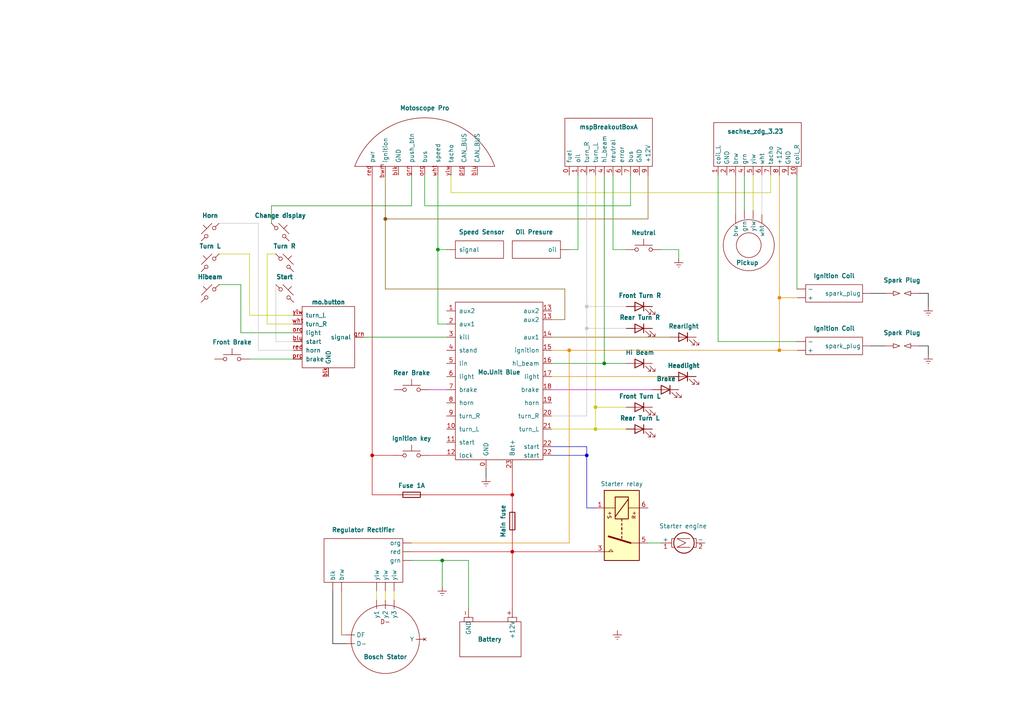
<source format=kicad_sch>
(kicad_sch (version 20211123) (generator eeschema)
  (paper "A4")
  (lib_symbols
    (symbol "Device:Fuse" (pin_numbers hide) (pin_names (offset 0))
      (property "Reference" "F" (at 2.032 0 90))
      (property "Value" "Fuse" (at -1.905 0 90))
      (symbol "Fuse_0_1"
        (rectangle (start -0.762 -2.54) (end 0.762 2.54) (stroke (width 0.254)))
        (polyline (pts (xy 0 2.54) (xy 0 -2.54)))
      )
      (symbol "Fuse_1_1"
        (pin passive line (at 0 3.81 270) (length 1.27) (name "~") (number "1"))
        (pin passive line (at 0 -3.81 90) (length 1.27) (name "~") (number "2"))
      )
    )
    (symbol "Device:LED" (pin_numbers hide) (pin_names (offset 1.016) hide)
      (property "Reference" "D" (at 0 2.54 0))
      (property "Value" "LED" (at 0 -2.54 0))
      (symbol "LED_0_1"
        (polyline (pts (xy -1.27 -1.27) (xy -1.27 1.27)) (stroke (width 0.254)))
        (polyline (pts (xy -1.27 0) (xy 1.27 0)))
        (polyline (pts (xy 1.27 -1.27) (xy 1.27 1.27) (xy -1.27 0) (xy 1.27 -1.27)) (stroke (width 0.254)))
        (polyline (pts (xy -3.048 -0.762) (xy -4.572 -2.286) (xy -3.81 -2.286) (xy -4.572 -2.286) (xy -4.572 -1.524)))
        (polyline (pts (xy -1.778 -0.762) (xy -3.302 -2.286) (xy -2.54 -2.286) (xy -3.302 -2.286) (xy -3.302 -1.524)))
      )
      (symbol "LED_1_1"
        (pin passive line (at -3.81 0 0) (length 2.54) (name "K") (number "1"))
        (pin passive line (at 3.81 0 180) (length 2.54) (name "A") (number "2"))
      )
    )
    (symbol "Device:SparkGap" (pin_numbers hide) (pin_names (offset 0))
      (property "Reference" "E" (at 0 2.032 0))
      (property "Value" "SparkGap" (at 0 -1.905 0))
      (symbol "SparkGap_0_1"
        (polyline (pts (xy -2.54 0.635) (xy -2.54 -0.635) (xy -0.635 0) (xy -2.54 0.635)))
        (polyline (pts (xy 2.54 0.635) (xy 2.54 -0.635) (xy 0.635 0) (xy 2.54 0.635)))
      )
      (symbol "SparkGap_1_1"
        (pin passive line (at -5.08 0 0) (length 2.54) (name "~") (number "1"))
        (pin passive line (at 5.08 0 180) (length 2.54) (name "~") (number "2"))
      )
    )
    (symbol "Motor:Motor_DC_ALT" (pin_names (offset 0))
      (property "Reference" "M" (at 2.54 2.54 0))
      (property "Value" "Motor_DC_ALT" (at 2.54 -5.08 0))
      (symbol "Motor_DC_ALT_0_0"
        (circle (center 0 -1.524) (radius 2.9718) (stroke (width 0.254)))
        (polyline (pts (xy -1.27 -4.318) (xy -1.27 -5.08) (xy 1.27 -5.08) (xy 1.27 -4.318)))
        (polyline (pts (xy -1.27 1.27) (xy -1.27 2.032) (xy 1.27 2.032) (xy 1.27 1.27)))
        (polyline (pts (xy -1.27 -3.302) (xy -1.27 0.508) (xy 0 -2.032) (xy 1.27 0.508) (xy 1.27 -3.302)))
      )
      (symbol "Motor_DC_ALT_0_1"
        (polyline (pts (xy 0 2.032) (xy 0 2.54)))
      )
      (symbol "Motor_DC_ALT_1_1"
        (pin passive line (at 0 5.08 270) (length 2.54) (name "+") (number "1"))
        (pin passive line (at 0 -7.62 90) (length 2.54) (name "-") (number "2"))
      )
    )
    (symbol "Relay:ADW11"
      (property "Reference" "K" (at 11.43 3.81 0))
      (property "Value" "ADW11" (at 13.97 1.27 0))
      (symbol "ADW11_1_1"
        (rectangle (start -10.16 5.08) (end 10.16 -5.08) (stroke (width 0.254)) (fill (type background)))
        (rectangle (start -8.255 1.905) (end -1.905 -1.905) (stroke (width 0.254)))
        (polyline (pts (xy -7.62 -1.905) (xy -2.54 1.905)) (stroke (width 0.254)))
        (polyline (pts (xy -5.08 -5.08) (xy -5.08 -1.905)))
        (polyline (pts (xy -5.08 5.08) (xy -5.08 1.905)))
        (polyline (pts (xy -1.905 0) (xy -1.27 0)) (stroke (width 0.254)))
        (polyline (pts (xy -0.635 0) (xy 0 0)) (stroke (width 0.254)))
        (polyline (pts (xy 0.635 0) (xy 1.27 0)) (stroke (width 0.254)))
        (polyline (pts (xy 0.635 0) (xy 1.27 0)) (stroke (width 0.254)))
        (polyline (pts (xy 1.905 0) (xy 2.54 0)) (stroke (width 0.254)))
        (polyline (pts (xy 3.175 0) (xy 3.81 0)) (stroke (width 0.254)))
        (polyline (pts (xy 5.08 -2.54) (xy 3.175 3.81)) (stroke (width 0.508)))
        (polyline (pts (xy 5.08 -2.54) (xy 5.08 -5.08)))
        (polyline (pts (xy 7.62 3.81) (xy 7.62 5.08)))
        (polyline (pts (xy 7.62 3.81) (xy 7.62 2.54) (xy 6.985 3.175) (xy 7.62 3.81)))
        (text "R+" (at -3.048 -3.556 0) (effects (font (size 1.016 1.016))))
        (text "S+" (at -3.048 3.556 0) (effects (font (size 1.016 1.016))))
        (pin passive line (at -5.08 7.62 270) (length 2.54) (name "~") (number "1"))
        (pin passive line (at 7.62 7.62 270) (length 2.54) (name "~") (number "3"))
        (pin passive line (at 5.08 -7.62 90) (length 2.54) (name "~") (number "5"))
        (pin passive line (at -5.08 -7.62 90) (length 2.54) (name "~") (number "6"))
      )
    )
    (symbol "Switch:SW_Push" (pin_numbers hide) (pin_names (offset 1.016) hide)
      (property "Reference" "SW" (at 1.27 2.54 0))
      (property "Value" "SW_Push" (at 0 -1.524 0))
      (symbol "SW_Push_0_1"
        (circle (center -2.032 0) (radius 0.508))
        (polyline (pts (xy 0 1.27) (xy 0 3.048)))
        (polyline (pts (xy 2.54 1.27) (xy -2.54 1.27)))
        (circle (center 2.032 0) (radius 0.508))
        (pin passive line (at -5.08 0 0) (length 2.54) (name "1") (number "1"))
        (pin passive line (at 5.08 0 180) (length 2.54) (name "2") (number "2"))
      )
    )
    (symbol "Switch:SW_Push_45deg" (pin_numbers hide) (pin_names (offset 1.016) hide)
      (property "Reference" "SW" (at 3.048 1.016 0))
      (property "Value" "SW_Push_45deg" (at 0 -3.81 0))
      (symbol "SW_Push_45deg_0_1"
        (circle (center -1.1684 1.1684) (radius 0.508))
        (polyline (pts (xy -0.508 2.54) (xy 2.54 -0.508)))
        (polyline (pts (xy 1.016 1.016) (xy 2.032 2.032)))
        (polyline (pts (xy -2.54 2.54) (xy -1.524 1.524) (xy -1.524 1.524)))
        (polyline (pts (xy 1.524 -1.524) (xy 2.54 -2.54) (xy 2.54 -2.54) (xy 2.54 -2.54)))
        (circle (center 1.143 -1.1938) (radius 0.508))
        (pin passive line (at -2.54 2.54 0) (length 0) (name "1") (number "1"))
        (pin passive line (at 2.54 -2.54 180) (length 0) (name "2") (number "2"))
      )
    )
    (symbol "motogadget:mo.button" (pin_names (offset 1.016))
      (property "Reference" "B" (at 0 0 0))
      (property "Value" "mo.button" (at 0 11.43 0))
      (symbol "mo.button_0_1"
        (rectangle (start -7.62 8.89) (end 7.62 -8.89))
      )
      (symbol "mo.button_1_1"
        (pin output line (at 0 -11.43 90) (length 2.54) (name "GND") (number "blk"))
        (pin input line (at -10.16 -1.27 0) (length 2.54) (name "start") (number "blu"))
        (pin output line (at 10.16 0 180) (length 2.54) (name "signal") (number "grn"))
        (pin input line (at -10.16 1.27 0) (length 2.54) (name "light") (number "org"))
        (pin input line (at -10.16 -6.35 0) (length 2.54) (name "brake") (number "prp"))
        (pin input line (at -10.16 -3.81 0) (length 2.54) (name "horn") (number "red"))
        (pin input line (at -10.16 3.81 0) (length 2.54) (name "turn_R") (number "wht"))
        (pin input line (at -10.16 6.35 0) (length 2.54) (name "turn_L") (number "ylw"))
      )
    )
    (symbol "motogadget:mo.unit_blue" (pin_names (offset 1.016))
      (property "Reference" "U" (at 0 16.51 0))
      (property "Value" "mo.unit_blue" (at 0 24.13 0))
      (symbol "mo.unit_blue_0_1"
        (rectangle (start -12.7 34.29) (end 12.7 -11.43))
      )
      (symbol "mo.unit_blue_1_1"
        (pin power_out line (at -3.81 -13.97 90) (length 2.54) (name "GND") (number "0"))
        (pin input line (at -15.24 31.75 0) (length 2.54) (name "aux2") (number "1"))
        (pin input line (at -15.24 -2.54 0) (length 2.54) (name "turn_L") (number "10"))
        (pin input line (at -15.24 -6.35 0) (length 2.54) (name "start") (number "11"))
        (pin input line (at -15.24 -10.16 0) (length 2.54) (name "lock") (number "12"))
        (pin output line (at 15.24 29.21 180) (length 2.54) (name "aux2") (number "13"))
        (pin output line (at 15.24 31.75 180) (length 2.54) (name "aux2") (number "13"))
        (pin output line (at 15.24 24.13 180) (length 2.54) (name "aux1") (number "14"))
        (pin output line (at 15.24 20.32 180) (length 2.54) (name "ignition") (number "15"))
        (pin output line (at 15.24 16.51 180) (length 2.54) (name "hi_beam") (number "16"))
        (pin output line (at 15.24 12.7 180) (length 2.54) (name "light") (number "17"))
        (pin output line (at 15.24 8.89 180) (length 2.54) (name "brake") (number "18"))
        (pin output line (at 15.24 5.08 180) (length 2.54) (name "horn") (number "19"))
        (pin input line (at -15.24 27.94 0) (length 2.54) (name "aux1") (number "2"))
        (pin output line (at 15.24 1.27 180) (length 2.54) (name "turn_R") (number "20"))
        (pin output line (at 15.24 -2.54 180) (length 2.54) (name "turn_L") (number "21"))
        (pin output line (at 15.24 -10.16 180) (length 2.54) (name "start") (number "22"))
        (pin output line (at 15.24 -7.62 180) (length 2.54) (name "start") (number "22"))
        (pin power_in line (at 3.81 -13.97 90) (length 2.54) (name "Bat+") (number "23"))
        (pin input line (at -15.24 24.13 0) (length 2.54) (name "kill") (number "3"))
        (pin input line (at -15.24 20.32 0) (length 2.54) (name "stand") (number "4"))
        (pin input line (at -15.24 16.51 0) (length 2.54) (name "lin") (number "5"))
        (pin input line (at -15.24 12.7 0) (length 2.54) (name "light") (number "6"))
        (pin input line (at -15.24 8.89 0) (length 2.54) (name "brake") (number "7"))
        (pin input line (at -15.24 5.08 0) (length 2.54) (name "horn") (number "8"))
        (pin input line (at -15.24 1.27 0) (length 2.54) (name "turn_R") (number "9"))
      )
    )
    (symbol "motogadget:motoscopePro" (pin_names (offset 1.016))
      (property "Reference" "msp" (at 0 11.43 0))
      (property "Value" "motoscopePro" (at 0 7.62 0))
      (symbol "motoscopePro_0_1"
        (polyline (pts (xy -20.32 0) (xy 20.32 0)))
        (arc (start 20.32 0) (mid 0 14.0818) (end -20.32 0))
      )
      (symbol "motoscopePro_1_1"
        (pin output line (at -7.62 -2.54 90) (length 2.54) (name "GND") (number "blk"))
        (pin input line (at 15.24 -2.54 90) (length 2.54) (name "CAN_BUS") (number "blu"))
        (pin input line (at -11.43 -2.54 90) (length 2.54) (name "ignition") (number "bwm"))
        (pin input line (at -3.81 -2.54 90) (length 2.54) (name "push_btn") (number "grn"))
        (pin input line (at 0 -2.54 90) (length 2.54) (name "bus") (number "org"))
        (pin input line (at 11.43 -2.54 90) (length 2.54) (name "CAN_BUS") (number "prp"))
        (pin input line (at -15.24 -2.54 90) (length 2.54) (name "pwr") (number "red"))
        (pin input line (at 3.81 -2.54 90) (length 2.54) (name "speed") (number "wht"))
        (pin input line (at 7.62 -2.54 90) (length 2.54) (name "tacho") (number "ylw"))
      )
    )
    (symbol "motogadget:mspBreakoutBoxA" (pin_names (offset 1.016))
      (property "Reference" "breakoutA" (at 6.35 2.54 0))
      (property "Value" "mspBreakoutBoxA" (at -3.175 5.715 0))
      (symbol "mspBreakoutBoxA_0_1"
        (rectangle (start -12.7 -6.35) (end 12.7 7.62))
      )
      (symbol "mspBreakoutBoxA_1_1"
        (pin input line (at -11.43 -8.89 90) (length 2.54) (name "fuel") (number "0"))
        (pin input line (at -8.89 -8.89 90) (length 2.54) (name "oil") (number "1"))
        (pin input line (at -6.35 -8.89 90) (length 2.54) (name "turn_R") (number "2"))
        (pin input line (at -3.81 -8.89 90) (length 2.54) (name "turn_L") (number "3"))
        (pin input line (at -1.27 -8.89 90) (length 2.54) (name "hi_beam") (number "4"))
        (pin input line (at 1.27 -8.89 90) (length 2.54) (name "neutral") (number "5"))
        (pin input line (at 3.81 -8.89 90) (length 2.54) (name "error") (number "6"))
        (pin output line (at 6.35 -8.89 90) (length 2.54) (name "bus") (number "7"))
        (pin power_out line (at 8.89 -8.89 90) (length 2.54) (name "GND") (number "8"))
        (pin power_in line (at 11.43 -8.89 90) (length 2.54) (name "+12V") (number "9"))
      )
    )
    (symbol "motorcycle:battery" (pin_names (offset 1.016))
      (property "Reference" "Bat" (at 0 1.27 0))
      (property "Value" "battery" (at 0 -2.54 0))
      (symbol "battery_0_1"
        (rectangle (start -8.89 5.08) (end 8.89 -5.08))
        (rectangle (start -7.62 6.35) (end -5.08 5.08))
        (rectangle (start 5.08 6.35) (end 7.62 5.08))
      )
      (symbol "battery_1_1"
        (pin power_out line (at 6.35 8.89 270) (length 2.54) (name "+12V") (number "+"))
        (pin power_in line (at -6.35 8.89 270) (length 2.54) (name "GND") (number "-"))
      )
    )
    (symbol "motorcycle:boschStator"
      (property "Reference" "U" (at 0 -2.54 0))
      (property "Value" "boschStator" (at 0 -5.08 0))
      (symbol "boschStator_0_0"
        (text "D-" (at 0 5.08 0) (effects (font (size 1.27 1.27))))
      )
      (symbol "boschStator_0_1"
        (circle (center 0 0) (radius 9.919))
      )
      (symbol "boschStator_1_1"
        (pin output line (at -11.43 -1.27 0) (length 2.54) (name "D-") (number ""))
        (pin output line (at -11.43 1.27 0) (length 2.54) (name "DF") (number ""))
        (pin no_connect line (at 11.43 0 180) (length 2.54) (name "Y") (number ""))
        (pin output line (at -2.54 11.43 270) (length 2.54) (name "y1") (number ""))
        (pin output line (at 0 11.43 270) (length 2.54) (name "y2") (number ""))
        (pin output line (at 2.54 11.43 270) (length 2.54) (name "y3") (number ""))
      )
    )
    (symbol "motorcycle:ignition_coil"
      (property "Reference" "U" (at 0 0 0))
      (property "Value" "ignition_coil" (at 0 3.81 0))
      (symbol "ignition_coil_0_1"
        (rectangle (start -7.62 2.54) (end 8.89 -2.54))
      )
      (symbol "ignition_coil_1_1"
        (pin power_in line (at -10.16 -1.27 0) (length 2.54) (name "+") (number ""))
        (pin input line (at -10.16 1.27 0) (length 2.54) (name "-") (number ""))
        (pin power_out line (at 11.43 0 180) (length 2.54) (name "spark_plug") (number ""))
      )
    )
    (symbol "motorcycle:oilPressure" (pin_names (offset 1.016))
      (property "Reference" "OIL" (at 0 1.27 0))
      (property "Value" "oilPressure" (at 0 -1.27 0))
      (symbol "oilPressure_0_1"
        (rectangle (start -6.35 2.54) (end 7.62 -2.54))
      )
      (symbol "oilPressure_1_1"
        (pin output line (at 10.16 0 180) (length 2.54) (name "oil") (number ""))
      )
    )
    (symbol "motorcycle:regulator_rectifier"
      (property "Reference" "U" (at 0 0 0))
      (property "Value" "regulator_rectifier" (at -2.54 6.35 0))
      (symbol "regulator_rectifier_0_1"
        (rectangle (start -11.43 7.62) (end 11.43 -5.08))
      )
      (symbol "regulator_rectifier_1_1"
        (pin input line (at -8.89 -7.62 90) (length 2.54) (name "blk") (number ""))
        (pin input line (at -6.35 -7.62 90) (length 2.54) (name "brw") (number ""))
        (pin input line (at 13.97 1.27 180) (length 2.54) (name "grn") (number ""))
        (pin input line (at 13.97 6.35 180) (length 2.54) (name "org") (number ""))
        (pin input line (at 13.97 3.81 180) (length 2.54) (name "red") (number ""))
        (pin input line (at 3.81 -7.62 90) (length 2.54) (name "ylw") (number ""))
        (pin input line (at 6.35 -7.62 90) (length 2.54) (name "ylw") (number ""))
        (pin input line (at 8.89 -7.62 90) (length 2.54) (name "ylw") (number ""))
      )
    )
    (symbol "motorcycle:sachse pickup"
      (property "Reference" "U" (at 0 0 0))
      (property "Value" "sachse pickup" (at 0 0 0))
      (symbol "sachse pickup_0_1"
        (circle (center 0 0) (radius 3.5921))
        (circle (center 0 0) (radius 7.4053))
      )
      (symbol "sachse pickup_1_1"
        (pin output line (at -3.81 8.89 270) (length 2.54) (name "brw") (number ""))
        (pin output line (at -1.27 10.16 270) (length 2.54) (name "grn") (number ""))
        (pin output line (at 3.81 8.89 270) (length 2.54) (name "wht") (number ""))
        (pin output line (at 1.27 10.16 270) (length 2.54) (name "ylw") (number ""))
      )
    )
    (symbol "motorcycle:sachse_zdg_3.23"
      (property "Reference" "U" (at 0 0 0))
      (property "Value" "sachse_zdg_3.23" (at 0 2.54 0))
      (symbol "sachse_zdg_3.23_0_1"
        (rectangle (start -12.7 7.62) (end 12.7 -5.08))
      )
      (symbol "sachse_zdg_3.23_1_1"
        (pin output line (at -11.43 -7.62 90) (length 2.54) (name "coil_L") (number "1"))
        (pin output line (at 11.43 -7.62 90) (length 2.54) (name "coil_R") (number "10"))
        (pin power_out line (at -8.89 -7.62 90) (length 2.54) (name "GND") (number "2"))
        (pin input line (at -6.35 -7.62 90) (length 2.54) (name "brw") (number "3"))
        (pin input line (at -3.81 -7.62 90) (length 2.54) (name "grn") (number "4"))
        (pin input line (at -1.27 -7.62 90) (length 2.54) (name "ylw") (number "5"))
        (pin input line (at 1.27 -7.62 90) (length 2.54) (name "wht") (number "6"))
        (pin output line (at 3.81 -7.62 90) (length 2.54) (name "tacho") (number "7"))
        (pin power_in line (at 6.35 -7.62 90) (length 2.54) (name "+12V") (number "8"))
        (pin power_out line (at 8.89 -7.62 90) (length 2.54) (name "GND") (number "9"))
      )
    )
    (symbol "motorcycle:speedSensor" (pin_names (offset 1.016))
      (property "Reference" "spd" (at 0 -1.27 0))
      (property "Value" "speedSensor" (at 0 1.27 0))
      (symbol "speedSensor_0_1"
        (rectangle (start 7.62 2.54) (end -6.35 -2.54))
      )
      (symbol "speedSensor_1_1"
        (pin output line (at 10.16 0 180) (length 2.54) (name "signal") (number "~"))
      )
    )
    (symbol "power:Earth" (power) (pin_names (offset 0))
      (symbol "Earth_0_1"
        (polyline (pts (xy -0.635 -1.905) (xy 0.635 -1.905)))
        (polyline (pts (xy -0.127 -2.54) (xy 0.127 -2.54)))
        (polyline (pts (xy 0 -1.27) (xy 0 0)))
        (polyline (pts (xy 1.27 -1.27) (xy -1.27 -1.27)))
      )
      (symbol "Earth_1_1"
        (pin power_in line (at 0 0 270) (length 0) hide (name "Earth") (number "1"))
      )
    )
  )
  (junction (at 226.06 86.36) (color 221 133 0 1))
  (junction (at 148.59 160.02) (color 194 0 0 1))
  (junction (at 165.1 101.6) (color 221 133 0 1))
  (junction (at 170.18 132.08) (color 0 0 194 1))
  (junction (at 127 72.39))
  (junction (at 226.06 101.6) (color 221 133 0 1))
  (junction (at 170.18 88.9) (color 194 194 194 1))
  (junction (at 170.18 95.25) (color 194 194 194 1))
  (junction (at 128.27 162.56) (color 0 132 0 1))
  (junction (at 172.72 118.11) (color 194 194 0 1))
  (junction (at 148.59 143.51) (color 194 0 0 1))
  (junction (at 172.72 124.46) (color 194 194 0 1))
  (junction (at 111.76 63.5) (color 128 77 0 1))
  (junction (at 107.95 132.08) (color 194 0 0 1))
  (junction (at 175.26 105.41) (color 0 132 0 1))
  (wire (pts (xy 172.72 50.8) (xy 172.72 118.11)) (stroke (width 0) (color 194 194 0 1)))
  (wire (pts (xy 148.59 160.02) (xy 148.59 176.53)) (stroke (width 0) (color 194 0 0 1)))
  (wire (pts (xy 74.93 64.77) (xy 74.93 101.6)) (stroke (width 0) (color 194 194 194 1)))
  (wire (pts (xy 269.24 85.09) (xy 269.24 88.9)) (stroke (width 0) (color 0 0 0 1)))
  (wire (pts (xy 148.59 135.89) (xy 148.59 143.51)) (stroke (width 0) (color 194 0 0 1)))
  (wire (pts (xy 77.47 93.98) (xy 85.09 93.98)) (stroke (width 0) (color 194 194 0 1)))
  (wire (pts (xy 69.85 96.52) (xy 85.09 96.52)) (stroke (width 0) (color 0 132 0 1)))
  (wire (pts (xy 80.01 73.66) (xy 77.47 73.66)) (stroke (width 0) (color 194 194 0 1)))
  (wire (pts (xy 252.73 85.09) (xy 256.54 85.09)) (stroke (width 0) (color 0 0 0 1)))
  (wire (pts (xy 226.06 86.36) (xy 231.14 86.36)) (stroke (width 0) (color 221 133 0 1)))
  (wire (pts (xy 175.26 105.41) (xy 181.61 105.41)) (stroke (width 0) (color 0 132 0 1)))
  (wire (pts (xy 128.27 162.56) (xy 128.27 170.18)) (stroke (width 0) (color 0 132 0 1)))
  (wire (pts (xy 167.64 50.8) (xy 167.64 72.39)))
  (wire (pts (xy 170.18 50.8) (xy 170.18 88.9)) (stroke (width 0) (color 194 194 194 1)))
  (wire (pts (xy 114.3 171.45) (xy 114.3 173.99)) (stroke (width 0) (color 194 194 0 1)))
  (wire (pts (xy 266.7 100.33) (xy 269.24 100.33)) (stroke (width 0) (color 0 0 0 1)))
  (wire (pts (xy 148.59 143.51) (xy 148.59 147.32)) (stroke (width 0) (color 194 0 0 1)))
  (wire (pts (xy 69.85 96.52) (xy 69.85 82.55)) (stroke (width 0) (color 0 132 0 1)))
  (wire (pts (xy 127 50.8) (xy 127 72.39)))
  (wire (pts (xy 175.26 50.8) (xy 175.26 105.41)) (stroke (width 0) (color 0 132 0 1)))
  (wire (pts (xy 135.89 162.56) (xy 135.89 176.53)) (stroke (width 0) (color 0 132 0 1)))
  (wire (pts (xy 170.18 88.9) (xy 181.61 88.9)) (stroke (width 0) (color 194 194 194 1)))
  (wire (pts (xy 130.81 50.8) (xy 130.81 55.88)) (stroke (width 0) (color 194 194 0 1)))
  (wire (pts (xy 187.96 50.8) (xy 187.96 63.5)) (stroke (width 0) (color 128 77 0 1)))
  (wire (pts (xy 77.47 73.66) (xy 77.47 93.98)) (stroke (width 0) (color 194 194 0 1)))
  (wire (pts (xy 128.27 162.56) (xy 135.89 162.56)) (stroke (width 0) (color 0 132 0 1)))
  (wire (pts (xy 172.72 124.46) (xy 181.61 124.46)) (stroke (width 0) (color 194 194 0 1)))
  (wire (pts (xy 213.36 50.8) (xy 213.36 62.23)) (stroke (width 0) (color 128 77 0 1)))
  (wire (pts (xy 160.02 101.6) (xy 165.1 101.6)) (stroke (width 0) (color 221 133 0 1)))
  (wire (pts (xy 208.28 50.8) (xy 208.28 99.06)))
  (wire (pts (xy 177.8 72.39) (xy 177.8 50.8)))
  (wire (pts (xy 170.18 129.54) (xy 170.18 132.08)) (stroke (width 0) (color 0 0 194 1)))
  (wire (pts (xy 182.88 50.8) (xy 182.88 59.69)))
  (wire (pts (xy 160.02 109.22) (xy 194.31 109.22)) (stroke (width 0) (color 221 133 0 1)))
  (wire (pts (xy 182.88 59.69) (xy 123.19 59.69)))
  (wire (pts (xy 223.52 55.88) (xy 223.52 50.8)) (stroke (width 0) (color 194 194 0 1)))
  (wire (pts (xy 111.76 63.5) (xy 111.76 83.82)) (stroke (width 0) (color 128 77 0 1)))
  (wire (pts (xy 160.02 113.03) (xy 189.23 113.03)) (stroke (width 0) (color 194 0 194 1)))
  (wire (pts (xy 99.06 184.15) (xy 100.33 184.15)) (stroke (width 0) (color 128 77 0 1)))
  (wire (pts (xy 215.9 50.8) (xy 215.9 60.96)) (stroke (width 0) (color 0 132 0 1)))
  (wire (pts (xy 63.5 64.77) (xy 74.93 64.77)) (stroke (width 0) (color 194 194 194 1)))
  (wire (pts (xy 107.95 143.51) (xy 115.57 143.51)) (stroke (width 0) (color 194 0 0 1)))
  (wire (pts (xy 165.1 72.39) (xy 167.64 72.39)))
  (wire (pts (xy 123.19 59.69) (xy 123.19 50.8)))
  (wire (pts (xy 140.97 135.89) (xy 140.97 138.43)) (stroke (width 0) (color 0 0 0 1)))
  (wire (pts (xy 220.98 50.8) (xy 220.98 62.23)) (stroke (width 0) (color 194 194 194 1)))
  (wire (pts (xy 170.18 147.32) (xy 172.72 147.32)) (stroke (width 0) (color 0 0 194 1)))
  (wire (pts (xy 72.39 104.14) (xy 85.09 104.14)))
  (wire (pts (xy 119.38 162.56) (xy 128.27 162.56)) (stroke (width 0) (color 0 132 0 1)))
  (wire (pts (xy 231.14 99.06) (xy 208.28 99.06)))
  (wire (pts (xy 226.06 101.6) (xy 231.14 101.6)) (stroke (width 0) (color 221 133 0 1)))
  (wire (pts (xy 74.93 101.6) (xy 85.09 101.6)) (stroke (width 0) (color 194 194 194 1)))
  (wire (pts (xy 127 72.39) (xy 127 93.98)))
  (wire (pts (xy 266.7 85.09) (xy 269.24 85.09)) (stroke (width 0) (color 0 0 0 1)))
  (wire (pts (xy 191.77 72.39) (xy 196.85 72.39)))
  (wire (pts (xy 231.14 50.8) (xy 231.14 83.82)))
  (wire (pts (xy 96.52 186.69) (xy 100.33 186.69)) (stroke (width 0) (color 0 0 0 1)))
  (wire (pts (xy 109.22 171.45) (xy 109.22 173.99)) (stroke (width 0) (color 194 194 0 1)))
  (wire (pts (xy 170.18 88.9) (xy 170.18 95.25)) (stroke (width 0) (color 194 194 194 1)))
  (wire (pts (xy 78.74 64.77) (xy 78.74 59.69)) (stroke (width 0) (color 0 132 0 1)))
  (wire (pts (xy 105.41 97.79) (xy 129.54 97.79)) (stroke (width 0) (color 0 132 0 1)))
  (wire (pts (xy 160.02 105.41) (xy 175.26 105.41)) (stroke (width 0) (color 0 132 0 1)))
  (wire (pts (xy 160.02 120.65) (xy 170.18 120.65)) (stroke (width 0) (color 194 194 194 1)))
  (wire (pts (xy 99.06 171.45) (xy 99.06 184.15)) (stroke (width 0) (color 128 77 0 1)))
  (wire (pts (xy 165.1 101.6) (xy 226.06 101.6)) (stroke (width 0) (color 221 133 0 1)))
  (wire (pts (xy 72.39 91.44) (xy 72.39 73.66)) (stroke (width 0) (color 194 194 0 1)))
  (wire (pts (xy 187.96 157.48) (xy 191.77 157.48)))
  (wire (pts (xy 172.72 118.11) (xy 181.61 118.11)) (stroke (width 0) (color 194 194 0 1)))
  (wire (pts (xy 187.96 63.5) (xy 111.76 63.5)) (stroke (width 0) (color 128 77 0 1)))
  (wire (pts (xy 130.81 55.88) (xy 223.52 55.88)) (stroke (width 0) (color 194 194 0 1)))
  (wire (pts (xy 160.02 132.08) (xy 170.18 132.08)) (stroke (width 0) (color 0 0 194 1)))
  (wire (pts (xy 172.72 124.46) (xy 160.02 124.46)) (stroke (width 0) (color 194 194 0 1)))
  (wire (pts (xy 177.8 72.39) (xy 181.61 72.39)))
  (wire (pts (xy 170.18 95.25) (xy 181.61 95.25)) (stroke (width 0) (color 194 194 194 1)))
  (wire (pts (xy 107.95 132.08) (xy 107.95 143.51)) (stroke (width 0) (color 194 0 0 1)))
  (wire (pts (xy 119.38 160.02) (xy 148.59 160.02)) (stroke (width 0) (color 194 0 0 1)))
  (wire (pts (xy 170.18 132.08) (xy 170.18 147.32)) (stroke (width 0) (color 0 0 194 1)))
  (wire (pts (xy 172.72 118.11) (xy 172.72 124.46)) (stroke (width 0) (color 194 194 0 1)))
  (wire (pts (xy 252.73 100.33) (xy 256.54 100.33)) (stroke (width 0) (color 0 0 0 1)))
  (wire (pts (xy 124.46 113.03) (xy 129.54 113.03)) (stroke (width 0) (color 194 0 194 1)))
  (wire (pts (xy 72.39 73.66) (xy 63.5 73.66)) (stroke (width 0) (color 194 194 0 1)))
  (wire (pts (xy 163.83 83.82) (xy 163.83 92.71)) (stroke (width 0) (color 128 77 0 1)))
  (wire (pts (xy 119.38 50.8) (xy 119.38 59.69)) (stroke (width 0) (color 0 132 0 1)))
  (wire (pts (xy 160.02 97.79) (xy 194.31 97.79)) (stroke (width 0) (color 128 77 0 1)))
  (wire (pts (xy 107.95 50.8) (xy 107.95 132.08)) (stroke (width 0) (color 194 0 0 1)))
  (wire (pts (xy 226.06 50.8) (xy 226.06 86.36)) (stroke (width 0) (color 221 133 0 1)))
  (wire (pts (xy 127 72.39) (xy 129.54 72.39)))
  (wire (pts (xy 96.52 171.45) (xy 96.52 186.69)) (stroke (width 0) (color 0 0 0 1)))
  (wire (pts (xy 165.1 157.48) (xy 119.38 157.48)) (stroke (width 0) (color 221 133 0 1)))
  (wire (pts (xy 127 93.98) (xy 129.54 93.98)))
  (wire (pts (xy 196.85 72.39) (xy 196.85 74.93)))
  (wire (pts (xy 123.19 143.51) (xy 148.59 143.51)) (stroke (width 0) (color 194 0 0 1)))
  (wire (pts (xy 80.01 99.06) (xy 85.09 99.06)) (stroke (width 0) (color 194 194 194 1)))
  (wire (pts (xy 160.02 92.71) (xy 163.83 92.71)) (stroke (width 0) (color 128 77 0 1)))
  (wire (pts (xy 160.02 129.54) (xy 170.18 129.54)) (stroke (width 0) (color 0 0 194 1)))
  (wire (pts (xy 165.1 101.6) (xy 165.1 157.48)) (stroke (width 0) (color 221 133 0 1)))
  (wire (pts (xy 72.39 91.44) (xy 85.09 91.44)) (stroke (width 0) (color 194 194 0 1)))
  (wire (pts (xy 80.01 82.55) (xy 80.01 99.06)) (stroke (width 0) (color 194 194 194 1)))
  (wire (pts (xy 69.85 82.55) (xy 63.5 82.55)) (stroke (width 0) (color 0 132 0 1)))
  (wire (pts (xy 78.74 59.69) (xy 119.38 59.69)) (stroke (width 0) (color 0 132 0 1)))
  (wire (pts (xy 107.95 132.08) (xy 114.3 132.08)) (stroke (width 0) (color 194 0 0 1)))
  (wire (pts (xy 148.59 154.94) (xy 148.59 160.02)) (stroke (width 0) (color 194 0 0 1)))
  (wire (pts (xy 111.76 171.45) (xy 111.76 173.99)) (stroke (width 0) (color 194 194 0 1)))
  (wire (pts (xy 111.76 83.82) (xy 163.83 83.82)) (stroke (width 0) (color 128 77 0 1)))
  (wire (pts (xy 218.44 50.8) (xy 218.44 60.96)) (stroke (width 0) (color 194 194 0 1)))
  (wire (pts (xy 148.59 160.02) (xy 172.72 160.02)) (stroke (width 0) (color 194 0 0 1)))
  (wire (pts (xy 170.18 95.25) (xy 170.18 120.65)) (stroke (width 0) (color 194 194 194 1)))
  (wire (pts (xy 124.46 132.08) (xy 129.54 132.08)) (stroke (width 0) (color 194 0 0 1)))
  (wire (pts (xy 269.24 100.33) (xy 269.24 102.87)) (stroke (width 0) (color 0 0 0 1)))
  (wire (pts (xy 111.76 50.8) (xy 111.76 63.5)) (stroke (width 0) (color 128 77 0 1)))
  (wire (pts (xy 226.06 86.36) (xy 226.06 101.6)) (stroke (width 0) (color 221 133 0 1)))
  (symbol (lib_id "motogadget:motoscopePro") (at 123.19 48.26 0) (unit 1)
    (property "Reference" "msp" (effects hide))
    (property "Value" "Motoscope Pro" (at 123.19 30.48 0) (effects (font bold) (justify top)))
  )
  (symbol (lib_id "motogadget:mspBreakoutBoxA") (at 176.53 41.91 0) (unit 1)
    (property "Reference" "breakoutA?" (effects hide))
    (property "Value" "mspBreakoutBoxA" (at 176.53 36.83 0) (effects (font bold)))
  )
  (symbol (lib_id "motogadget:mo.button") (at 95.25 97.79 0) (unit 1)
    (property "Reference" "B?" (effects hide))
    (property "Value" "mo.button" (at 95.25 87.63 0) (effects (font bold)))
  )
  (symbol (lib_id "motogadget:mo.unit_blue") (at 144.78 121.92 0) (unit 1)
    (property "Reference" "mo.unit_blue" (effects hide))
    (property "Value" "Mo.Unit Blue" (at 144.78 107.95 0) (effects (font bold)))
  )
  (symbol (lib_id "power:Earth") (at 179.07 182.88 0) (unit 1)
    (property "Reference" "#PWR?" (effects hide))
    (property "Value" "Earth" (effects hide))
  )
  (symbol (lib_id "power:Earth") (at 140.97 138.43 0) (unit 1)
    (property "Reference" "#PWR?" (effects hide))
    (property "Value" "Earth" (effects hide))
  )
  (symbol (lib_id "Device:Fuse") (at 119.38 143.51 90) (unit 1)
    (property "Reference" "F?" (effects hide))
    (property "Value" "Fuse 1A" (at 119.38 140.843 90) (effects (font bold)))
  )
  (symbol (lib_id "motorcycle:speedSensor") (at 139.7 72.39 180) (unit 1)
    (property "Reference" "spd?" (effects hide))
    (property "Value" "Speed Sensor" (at 139.7 67.31 0) (effects (font bold)))
  )
  (symbol (lib_id "motorcycle:oilPressure") (at 154.94 72.39 0) (unit 1)
    (property "Reference" "Oil" (effects hide))
    (property "Value" "Oil Presure" (at 154.94 67.31 0) (effects (font bold)))
  )
  (symbol (lib_id "motorcycle:battery") (at 142.24 185.42 0) (unit 1)
    (property "Reference" "Bat?" (effects hide))
    (property "Value" "Battery" (at 138.43 185.42 0) (effects (font bold) (justify left)))
  )
  (symbol (lib_id "Switch:SW_Push") (at 186.69 72.39 0) (unit 1)
    (property "Reference" "SW?" (effects hide))
    (property "Value" "Neutral" (at 186.69 67.4878 0) (effects (font bold)))
  )
  (symbol (lib_id "power:Earth") (at 196.85 74.93 0) (unit 1)
    (property "Reference" "#PWR?" (effects hide))
    (property "Value" "Earth" (effects hide))
  )
  (symbol (lib_id "Switch:SW_Push") (at 119.38 132.08 0) (unit 1)
    (property "Reference" "ignition_key" (effects hide))
    (property "Value" "Ignition key" (at 119.38 127.1524 0) (effects (font bold)))
  )
  (symbol (lib_id "Switch:SW_Push_45deg") (at 60.96 67.31 0) (mirror y) (unit 1)
    (property "Reference" "horn" (effects hide))
    (property "Value" "Horn" (at 60.96 62.5094 0) (effects (font bold)))
  )
  (symbol (lib_id "Switch:SW_Push_45deg") (at 60.96 76.2 0) (mirror y) (unit 1)
    (property "Reference" "turn_l" (effects hide))
    (property "Value" "Turn L" (at 60.96 71.3994 0) (effects (font bold)))
  )
  (symbol (lib_id "Switch:SW_Push_45deg") (at 60.96 85.09 0) (mirror y) (unit 1)
    (property "Reference" "hibeam" (effects hide))
    (property "Value" "Hibeam" (at 60.96 80.2894 0) (effects (font bold)))
  )
  (symbol (lib_id "Switch:SW_Push_45deg") (at 81.28 67.31 0) (unit 1)
    (property "Reference" "chg_displ" (effects hide))
    (property "Value" "Change display" (at 81.28 62.5094 0) (effects (font bold)))
  )
  (symbol (lib_id "Switch:SW_Push_45deg") (at 82.55 76.2 0) (unit 1)
    (property "Reference" "turn_r" (effects hide))
    (property "Value" "Turn R" (at 82.55 71.3994 0) (effects (font bold)))
  )
  (symbol (lib_id "Switch:SW_Push_45deg") (at 82.55 85.09 0) (unit 1)
    (property "Reference" "start" (effects hide))
    (property "Value" "Start" (at 82.55 80.2894 0) (effects (font bold)))
  )
  (symbol (lib_id "Device:LED") (at 185.42 88.9 0) (mirror y) (unit 1)
    (property "Reference" "front_turn_R" (effects hide))
    (property "Value" "Front Turn R" (at 185.5978 85.725 0) (effects (font bold)))
  )
  (symbol (lib_id "Device:LED") (at 185.42 95.25 0) (mirror y) (unit 1)
    (property "Reference" "rear_turn_r" (effects hide))
    (property "Value" "Rear Turn R" (at 185.5978 92.075 0) (effects (font bold)))
  )
  (symbol (lib_id "Device:LED") (at 185.42 118.11 0) (mirror y) (unit 1)
    (property "Reference" "front_turn_L" (effects hide))
    (property "Value" "Front Turn L" (at 185.5978 114.935 0) (effects (font bold)))
  )
  (symbol (lib_id "Device:LED") (at 185.42 124.46 0) (mirror y) (unit 1)
    (property "Reference" "rear_turn_L" (effects hide))
    (property "Value" "Rear Turn L" (at 185.5978 121.285 0) (effects (font bold)))
  )
  (symbol (lib_id "Device:LED") (at 198.12 109.22 0) (mirror y) (unit 1)
    (property "Reference" "D?" (effects hide))
    (property "Value" "Headlight" (at 198.2978 106.045 0) (effects (font bold)))
  )
  (symbol (lib_id "Device:LED") (at 185.42 105.41 0) (mirror y) (unit 1)
    (property "Reference" "D?" (effects hide))
    (property "Value" "Hi Beam" (at 185.5978 102.235 0) (effects (font bold)))
  )
  (symbol (lib_id "Device:LED") (at 193.04 113.03 0) (mirror y) (unit 1)
    (property "Reference" "D?" (effects hide))
    (property "Value" "Brake" (at 193.2178 109.855 0) (effects (font bold)))
  )
  (symbol (lib_id "Switch:SW_Push") (at 67.31 104.14 0) (unit 1)
    (property "Reference" "front_braker" (effects hide))
    (property "Value" "Front Brake" (at 67.31 99.2378 0) (effects (font bold)))
  )
  (symbol (lib_id "Switch:SW_Push") (at 119.38 113.03 0) (unit 1)
    (property "Reference" "SW?" (effects hide))
    (property "Value" "Rear Brake" (at 119.38 108.1278 0) (effects (font bold)))
  )
  (symbol (lib_id "Device:Fuse") (at 148.59 151.13 180) (unit 1)
    (property "Reference" "F?" (effects hide))
    (property "Value" "Main fuse" (at 145.923 151.13 90) (effects (font bold)))
  )
  (symbol (lib_id "Motor:Motor_DC_ALT") (at 196.85 157.48 90) (unit 1)
    (property "Reference" "starter_engine" (effects hide))
    (property "Value" "Starter engine" (at 198.12 152.5778 90))
  )
  (symbol (lib_id "Relay:ADW11") (at 180.34 152.4 90) (mirror x) (unit 1)
    (property "Reference" "K?" (effects hide))
    (property "Value" "Starter relay" (at 180.34 140.335 90))
    (property "Footprint" "Relay_THT:Relay_1P1T_NO_10x24x18.8mm_Panasonic_ADW11xxxxW_THT" (effects hide))
    (property "Datasheet" "https://www.panasonic-electric-works.com/pew/es/downloads/ds_dw_hl_en.pdf" (effects hide))
  )
  (symbol (lib_id "motorcycle:ignition_coil") (at 241.3 85.09 0) (unit 1)
    (property "Reference" "U?" (effects hide))
    (property "Value" "Ignition Coil" (at 241.935 80.01 0) (effects (font bold)))
  )
  (symbol (lib_id "power:Earth") (at 269.24 102.87 0) (unit 1)
    (property "Reference" "#PWR?" (effects hide))
    (property "Value" "Earth" (effects hide))
  )
  (symbol (lib_id "power:Earth") (at 128.27 170.18 0) (unit 1)
    (property "Reference" "#PWR?" (effects hide))
    (property "Value" "Earth" (effects hide))
  )
  (symbol (lib_id "power:Earth") (at 269.24 88.9 0) (unit 1)
    (property "Reference" "#PWR?" (effects hide))
    (property "Value" "Earth" (effects hide))
  )
  (symbol (lib_id "motorcycle:ignition_coil") (at 241.3 100.33 0) (unit 1)
    (property "Reference" "U?" (effects hide))
    (property "Value" "Ignition Coil" (at 241.935 95.25 0) (effects (font bold)))
  )
  (symbol (lib_id "motorcycle:regulator_rectifier") (at 105.41 163.83 0) (unit 1)
    (property "Reference" "regulator_rectifier" (effects hide))
    (property "Value" "Regulator Rectifier" (at 105.41 153.67 0) (effects (font bold)))
  )
  (symbol (lib_id "Device:SparkGap") (at 261.62 100.33 0) (unit 1)
    (property "Reference" "E?" (effects hide))
    (property "Value" "Spark Plug" (at 261.62 96.52 0) (effects (font bold)))
  )
  (symbol (lib_id "motorcycle:sachse_zdg_3.23") (at 219.71 43.18 0) (unit 1)
    (property "Reference" "U?" (effects hide))
    (property "Value" "sachse_zdg_3.23" (at 210.82 38.1 0) (effects (font bold) (justify left)))
  )
  (symbol (lib_id "Device:SparkGap") (at 261.62 85.09 0) (unit 1)
    (property "Reference" "E?" (effects hide))
    (property "Value" "Spark Plug" (at 261.62 81.28 0) (effects (font bold)))
  )
  (symbol (lib_id "Device:LED") (at 198.12 97.79 0) (mirror y) (unit 1)
    (property "Reference" "rearlight" (effects hide))
    (property "Value" "Rearlight" (at 198.2978 94.615 0) (effects (font bold)))
  )
  (symbol (lib_id "motorcycle:sachse pickup") (at 217.17 71.12 0) (unit 1)
    (property "Reference" "U?" (effects hide))
    (property "Value" "Pickup" (at 213.36 76.2 0) (effects (font bold) (justify left)))
  )
  (symbol (lib_id "motorcycle:boschStator") (at 111.76 185.42 0) (unit 1)
    (property "Reference" "U?" (effects hide))
    (property "Value" "Bosch Stator" (at 111.76 190.5 0) (effects (font bold)))
  )
)
</source>
